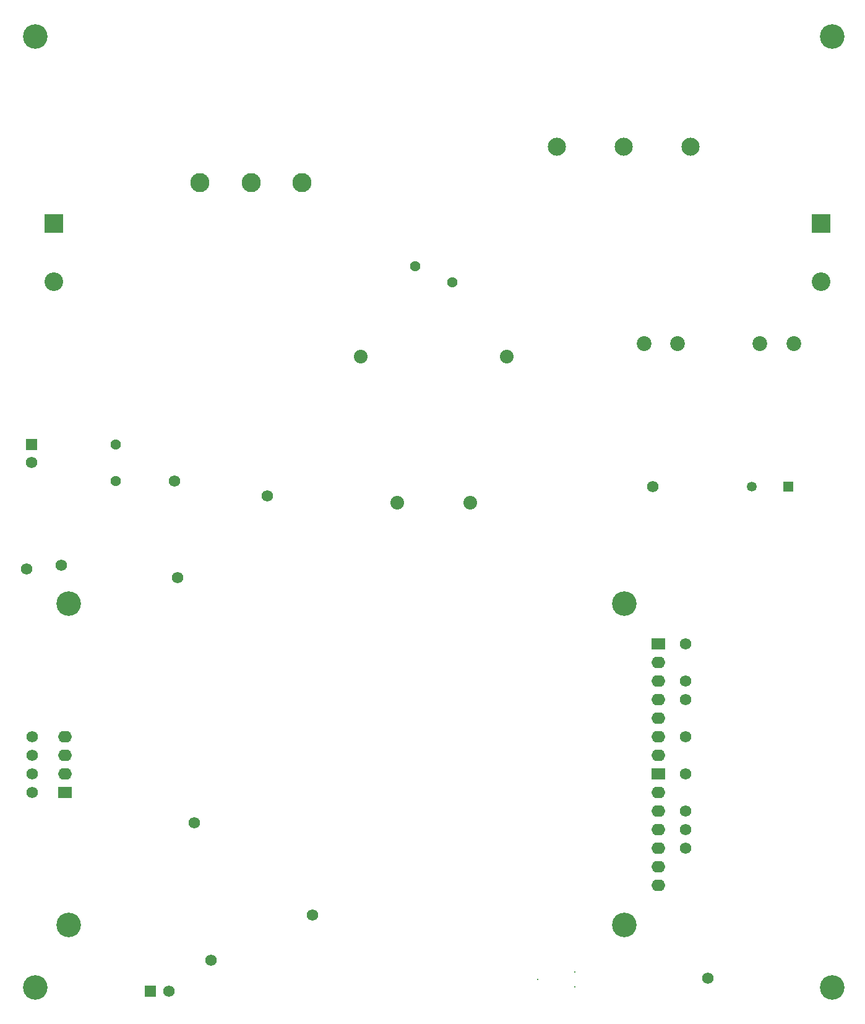
<source format=gbs>
G04*
G04 #@! TF.GenerationSoftware,Altium Limited,CircuitStudio,1.5.2 (30)*
G04*
G04 Layer_Color=16711935*
%FSLAX44Y44*%
%MOMM*%
G71*
G01*
G75*
%ADD68O,1.8760X1.6060*%
%ADD69R,1.8760X1.6060*%
%ADD70C,1.5760*%
%ADD71C,3.3540*%
%ADD72C,2.0260*%
%ADD73C,1.8760*%
%ADD74C,2.5510*%
%ADD75R,2.5510X2.5510*%
%ADD76R,1.5760X1.5760*%
%ADD77R,1.3510X1.3510*%
%ADD78C,1.3510*%
%ADD79C,1.4260*%
%ADD80R,1.5760X1.5760*%
%ADD81C,0.2032*%
%ADD82C,2.4760*%
%ADD83C,2.6260*%
D68*
X1107500Y414900D02*
D03*
Y440300D02*
D03*
Y465700D02*
D03*
Y491100D02*
D03*
Y516500D02*
D03*
Y541900D02*
D03*
X295000Y618100D02*
D03*
Y592700D02*
D03*
Y567300D02*
D03*
X1107500Y592700D02*
D03*
Y618100D02*
D03*
Y643500D02*
D03*
Y668900D02*
D03*
Y694300D02*
D03*
Y719700D02*
D03*
D69*
Y567300D02*
D03*
X295000Y541900D02*
D03*
X1107500Y745100D02*
D03*
D70*
X290000Y852500D02*
D03*
X242500Y847500D02*
D03*
X1100000Y960000D02*
D03*
X250400Y618100D02*
D03*
Y592700D02*
D03*
Y567300D02*
D03*
Y541900D02*
D03*
X449500Y835500D02*
D03*
X1175000Y287500D02*
D03*
X445000Y967500D02*
D03*
X572500Y947500D02*
D03*
X634000Y373500D02*
D03*
X495000Y312500D02*
D03*
X472500Y500000D02*
D03*
X250000Y992500D02*
D03*
X437500Y270000D02*
D03*
X1144800Y618100D02*
D03*
Y567300D02*
D03*
Y694300D02*
D03*
Y491100D02*
D03*
Y516500D02*
D03*
Y745100D02*
D03*
Y668900D02*
D03*
Y465700D02*
D03*
D71*
X1060800Y360000D02*
D03*
Y800000D02*
D03*
X300000D02*
D03*
Y360000D02*
D03*
X255000Y1575000D02*
D03*
X1345000D02*
D03*
Y275000D02*
D03*
X255000D02*
D03*
D72*
X1087500Y1155000D02*
D03*
X1133500D02*
D03*
X1292500D02*
D03*
X1246500D02*
D03*
D73*
X900000Y1137500D02*
D03*
X700000D02*
D03*
X750000Y937500D02*
D03*
X850000D02*
D03*
D74*
X1330000Y1240400D02*
D03*
X280000D02*
D03*
D75*
X1330000Y1319600D02*
D03*
X280000D02*
D03*
D76*
X250000Y1017500D02*
D03*
D77*
X1285000Y960000D02*
D03*
D78*
X1235000D02*
D03*
D79*
X825122Y1238814D02*
D03*
X774877Y1261185D02*
D03*
X365000Y1017500D02*
D03*
Y967500D02*
D03*
D80*
X412500Y270000D02*
D03*
D81*
X992900Y296310D02*
D03*
Y275990D02*
D03*
X942100Y286150D02*
D03*
D82*
X968600Y1424750D02*
D03*
X1060000D02*
D03*
X1151400D02*
D03*
D83*
X620000Y1375500D02*
D03*
X550000D02*
D03*
X480000D02*
D03*
M02*

</source>
